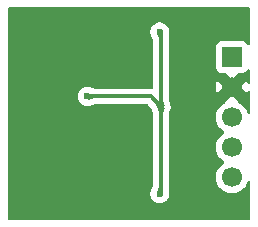
<source format=gbr>
%TF.GenerationSoftware,KiCad,Pcbnew,9.0.1*%
%TF.CreationDate,2025-04-08T23:45:02+08:00*%
%TF.ProjectId,HallConnector,48616c6c-436f-46e6-9e65-63746f722e6b,rev?*%
%TF.SameCoordinates,Original*%
%TF.FileFunction,Copper,L2,Bot*%
%TF.FilePolarity,Positive*%
%FSLAX46Y46*%
G04 Gerber Fmt 4.6, Leading zero omitted, Abs format (unit mm)*
G04 Created by KiCad (PCBNEW 9.0.1) date 2025-04-08 23:45:02*
%MOMM*%
%LPD*%
G01*
G04 APERTURE LIST*
%TA.AperFunction,ComponentPad*%
%ADD10C,1.700000*%
%TD*%
%TA.AperFunction,ComponentPad*%
%ADD11R,1.700000X1.700000*%
%TD*%
%TA.AperFunction,ViaPad*%
%ADD12C,0.600000*%
%TD*%
%TA.AperFunction,Conductor*%
%ADD13C,0.304800*%
%TD*%
G04 APERTURE END LIST*
D10*
%TO.P,J1,5,Pin_5*%
%TO.N,Net-(J1-Pin_5)*%
X138961500Y-65889000D03*
%TO.P,J1,4,Pin_4*%
%TO.N,Net-(J1-Pin_4)*%
X138961500Y-63349000D03*
%TO.P,J1,3,Pin_3*%
%TO.N,Net-(J1-Pin_3)*%
X138961500Y-60809000D03*
%TO.P,J1,2,Pin_2*%
%TO.N,GND*%
X138961500Y-58269000D03*
D11*
%TO.P,J1,1,Pin_1*%
%TO.N,+5V*%
X138961500Y-55729000D03*
%TD*%
D12*
%TO.N,GND*%
X128651000Y-53594000D03*
X129794000Y-68453000D03*
X129794000Y-57785000D03*
X130429000Y-57785000D03*
X125730000Y-61214000D03*
X125730000Y-55372000D03*
X124968000Y-61214000D03*
X124968000Y-55372000D03*
%TO.N,+3.3V*%
X132842000Y-67310000D03*
X132842000Y-53594000D03*
X132969000Y-59944000D03*
X126728600Y-59055000D03*
%TD*%
D13*
%TO.N,+3.3V*%
X132969000Y-67183000D02*
X132842000Y-67310000D01*
X132969000Y-59944000D02*
X132969000Y-67183000D01*
X132969000Y-53721000D02*
X132842000Y-53594000D01*
X132969000Y-59944000D02*
X132969000Y-53721000D01*
X132080000Y-59055000D02*
X132969000Y-59944000D01*
X126728600Y-59055000D02*
X132080000Y-59055000D01*
%TD*%
%TA.AperFunction,Conductor*%
%TO.N,GND*%
G36*
X140442539Y-51520185D02*
G01*
X140488294Y-51572989D01*
X140499500Y-51624500D01*
X140499500Y-54604118D01*
X140479815Y-54671157D01*
X140427011Y-54716912D01*
X140357853Y-54726856D01*
X140294297Y-54697831D01*
X140259318Y-54647452D01*
X140255296Y-54636669D01*
X140255293Y-54636664D01*
X140169047Y-54521455D01*
X140169044Y-54521452D01*
X140053835Y-54435206D01*
X140053828Y-54435202D01*
X139918982Y-54384908D01*
X139918983Y-54384908D01*
X139859383Y-54378501D01*
X139859381Y-54378500D01*
X139859373Y-54378500D01*
X139859364Y-54378500D01*
X138063629Y-54378500D01*
X138063623Y-54378501D01*
X138004016Y-54384908D01*
X137869171Y-54435202D01*
X137869164Y-54435206D01*
X137753955Y-54521452D01*
X137753952Y-54521455D01*
X137667706Y-54636664D01*
X137667702Y-54636671D01*
X137617408Y-54771517D01*
X137611001Y-54831116D01*
X137611000Y-54831135D01*
X137611000Y-56626870D01*
X137611001Y-56626876D01*
X137617408Y-56686483D01*
X137667702Y-56821328D01*
X137667706Y-56821335D01*
X137753952Y-56936544D01*
X137753955Y-56936547D01*
X137869164Y-57022793D01*
X137869171Y-57022797D01*
X137914118Y-57039561D01*
X138004017Y-57073091D01*
X138063627Y-57079500D01*
X138427745Y-57079499D01*
X138494782Y-57099183D01*
X138515424Y-57115818D01*
X138961500Y-57561894D01*
X138961501Y-57561894D01*
X139407575Y-57115818D01*
X139468898Y-57082333D01*
X139495254Y-57079499D01*
X139859372Y-57079499D01*
X139918983Y-57073091D01*
X140053831Y-57022796D01*
X140169046Y-56936546D01*
X140255296Y-56821331D01*
X140255298Y-56821326D01*
X140259318Y-56810549D01*
X140301188Y-56754615D01*
X140366652Y-56730197D01*
X140434925Y-56745048D01*
X140484331Y-56794453D01*
X140499500Y-56853881D01*
X140499500Y-57850879D01*
X140479815Y-57917918D01*
X140427011Y-57963673D01*
X140357853Y-57973617D01*
X140294297Y-57944592D01*
X140257569Y-57889197D01*
X140212594Y-57750781D01*
X140212594Y-57750780D01*
X140203896Y-57733708D01*
X139668606Y-58268999D01*
X139668606Y-58269001D01*
X140203895Y-58804290D01*
X140203895Y-58804289D01*
X140212593Y-58787220D01*
X140212594Y-58787218D01*
X140257569Y-58648801D01*
X140297007Y-58591125D01*
X140361365Y-58563927D01*
X140430212Y-58575842D01*
X140481687Y-58623086D01*
X140499500Y-58687119D01*
X140499500Y-60389264D01*
X140479815Y-60456303D01*
X140427011Y-60502058D01*
X140357853Y-60512002D01*
X140294297Y-60482977D01*
X140257569Y-60427582D01*
X140213057Y-60290588D01*
X140116551Y-60101184D01*
X140116549Y-60101181D01*
X140116548Y-60101179D01*
X139991609Y-59929213D01*
X139841286Y-59778890D01*
X139669320Y-59653951D01*
X139569052Y-59602862D01*
X139518256Y-59554887D01*
X139511006Y-59525611D01*
X138961501Y-58976106D01*
X138961500Y-58976106D01*
X138413519Y-59524085D01*
X138411169Y-59542273D01*
X138366173Y-59595725D01*
X138353947Y-59602861D01*
X138253682Y-59653949D01*
X138081713Y-59778890D01*
X137931390Y-59929213D01*
X137806451Y-60101179D01*
X137709944Y-60290585D01*
X137644253Y-60492760D01*
X137611000Y-60702713D01*
X137611000Y-60915286D01*
X137641133Y-61105543D01*
X137644254Y-61125243D01*
X137665430Y-61190417D01*
X137709944Y-61327414D01*
X137806451Y-61516820D01*
X137931390Y-61688786D01*
X138081713Y-61839109D01*
X138253682Y-61964050D01*
X138262446Y-61968516D01*
X138313242Y-62016491D01*
X138330036Y-62084312D01*
X138307498Y-62150447D01*
X138262446Y-62189484D01*
X138253682Y-62193949D01*
X138081713Y-62318890D01*
X137931390Y-62469213D01*
X137806451Y-62641179D01*
X137709944Y-62830585D01*
X137644253Y-63032760D01*
X137611000Y-63242713D01*
X137611000Y-63455286D01*
X137641133Y-63645543D01*
X137644254Y-63665243D01*
X137665430Y-63730417D01*
X137709944Y-63867414D01*
X137806451Y-64056820D01*
X137931390Y-64228786D01*
X138081713Y-64379109D01*
X138253682Y-64504050D01*
X138262446Y-64508516D01*
X138313242Y-64556491D01*
X138330036Y-64624312D01*
X138307498Y-64690447D01*
X138262446Y-64729484D01*
X138253682Y-64733949D01*
X138081713Y-64858890D01*
X137931390Y-65009213D01*
X137806451Y-65181179D01*
X137709944Y-65370585D01*
X137644253Y-65572760D01*
X137611000Y-65782713D01*
X137611000Y-65995286D01*
X137641133Y-66185543D01*
X137644254Y-66205243D01*
X137665430Y-66270417D01*
X137709944Y-66407414D01*
X137806451Y-66596820D01*
X137931390Y-66768786D01*
X138081713Y-66919109D01*
X138253679Y-67044048D01*
X138253681Y-67044049D01*
X138253684Y-67044051D01*
X138443088Y-67140557D01*
X138645257Y-67206246D01*
X138855213Y-67239500D01*
X138855214Y-67239500D01*
X139067786Y-67239500D01*
X139067787Y-67239500D01*
X139277743Y-67206246D01*
X139479912Y-67140557D01*
X139669316Y-67044051D01*
X139691289Y-67028086D01*
X139841286Y-66919109D01*
X139841288Y-66919106D01*
X139841292Y-66919104D01*
X139991604Y-66768792D01*
X139991606Y-66768788D01*
X139991609Y-66768786D01*
X140116548Y-66596820D01*
X140116547Y-66596820D01*
X140116551Y-66596816D01*
X140213057Y-66407412D01*
X140257570Y-66270415D01*
X140297006Y-66212741D01*
X140361365Y-66185543D01*
X140430211Y-66197458D01*
X140481687Y-66244702D01*
X140499500Y-66308735D01*
X140499500Y-69375500D01*
X140479815Y-69442539D01*
X140427011Y-69488294D01*
X140375500Y-69499500D01*
X120124500Y-69499500D01*
X120057461Y-69479815D01*
X120011706Y-69427011D01*
X120000500Y-69375500D01*
X120000500Y-58976153D01*
X125928100Y-58976153D01*
X125928100Y-59133846D01*
X125958861Y-59288489D01*
X125958864Y-59288501D01*
X126019202Y-59434172D01*
X126019209Y-59434185D01*
X126106810Y-59565288D01*
X126106813Y-59565292D01*
X126218307Y-59676786D01*
X126218311Y-59676789D01*
X126349414Y-59764390D01*
X126349427Y-59764397D01*
X126409011Y-59789077D01*
X126495103Y-59824737D01*
X126649753Y-59855499D01*
X126649756Y-59855500D01*
X126649758Y-59855500D01*
X126807443Y-59855500D01*
X126837084Y-59849603D01*
X126883529Y-59840364D01*
X126893343Y-59838818D01*
X126928508Y-59834721D01*
X127391906Y-59712029D01*
X127423643Y-59707900D01*
X131758197Y-59707900D01*
X131787637Y-59716544D01*
X131817624Y-59723068D01*
X131822639Y-59726822D01*
X131825236Y-59727585D01*
X131845878Y-59744219D01*
X132015860Y-59914200D01*
X132035381Y-59939562D01*
X132210243Y-60240363D01*
X132222911Y-60270944D01*
X132264384Y-60427582D01*
X132311969Y-60607308D01*
X132311970Y-60607309D01*
X132316100Y-60639047D01*
X132316100Y-66570645D01*
X132300234Y-66631332D01*
X132157025Y-66886503D01*
X132142297Y-66914939D01*
X132135297Y-66926792D01*
X132132610Y-66930812D01*
X132132604Y-66930825D01*
X132072264Y-67076498D01*
X132072261Y-67076510D01*
X132041500Y-67231153D01*
X132041500Y-67388846D01*
X132072261Y-67543489D01*
X132072264Y-67543501D01*
X132132602Y-67689172D01*
X132132609Y-67689185D01*
X132220210Y-67820288D01*
X132220213Y-67820292D01*
X132331707Y-67931786D01*
X132331711Y-67931789D01*
X132462814Y-68019390D01*
X132462827Y-68019397D01*
X132608498Y-68079735D01*
X132608503Y-68079737D01*
X132763153Y-68110499D01*
X132763156Y-68110500D01*
X132763158Y-68110500D01*
X132920844Y-68110500D01*
X132920845Y-68110499D01*
X133075497Y-68079737D01*
X133221179Y-68019394D01*
X133352289Y-67931789D01*
X133463789Y-67820289D01*
X133551394Y-67689179D01*
X133611737Y-67543497D01*
X133642500Y-67388842D01*
X133642500Y-67231158D01*
X133642500Y-67231154D01*
X133641903Y-67225091D01*
X133642106Y-67225070D01*
X133640856Y-67214037D01*
X133627016Y-66740710D01*
X133623491Y-66694097D01*
X133623049Y-66688249D01*
X133623091Y-66688245D01*
X133621900Y-66674261D01*
X133621900Y-60639045D01*
X133626030Y-60607308D01*
X133666010Y-60456303D01*
X133748721Y-60143907D01*
X133752254Y-60129738D01*
X133752412Y-60129063D01*
X133763558Y-60060510D01*
X133763557Y-60060504D01*
X133763671Y-60058457D01*
X133765866Y-60041109D01*
X133769500Y-60022844D01*
X133769500Y-59865158D01*
X133764260Y-59838816D01*
X133754360Y-59789045D01*
X133752820Y-59779263D01*
X133748721Y-59744092D01*
X133626030Y-59280690D01*
X133621900Y-59248953D01*
X133621900Y-58162753D01*
X137611500Y-58162753D01*
X137611500Y-58375246D01*
X137644742Y-58585127D01*
X137644742Y-58585130D01*
X137710403Y-58787213D01*
X137710408Y-58787225D01*
X137719102Y-58804289D01*
X137719103Y-58804290D01*
X138254394Y-58269000D01*
X138254394Y-58268999D01*
X138188569Y-58203174D01*
X138461500Y-58203174D01*
X138461500Y-58334826D01*
X138495575Y-58461993D01*
X138561401Y-58576007D01*
X138654493Y-58669099D01*
X138768507Y-58734925D01*
X138895674Y-58769000D01*
X139027326Y-58769000D01*
X139154493Y-58734925D01*
X139268507Y-58669099D01*
X139361599Y-58576007D01*
X139427425Y-58461993D01*
X139461500Y-58334826D01*
X139461500Y-58203174D01*
X139427425Y-58076007D01*
X139361599Y-57961993D01*
X139268507Y-57868901D01*
X139154493Y-57803075D01*
X139027326Y-57769000D01*
X138895674Y-57769000D01*
X138768507Y-57803075D01*
X138654493Y-57868901D01*
X138561401Y-57961993D01*
X138495575Y-58076007D01*
X138461500Y-58203174D01*
X138188569Y-58203174D01*
X137719103Y-57733709D01*
X137710404Y-57750783D01*
X137644742Y-57952869D01*
X137644742Y-57952872D01*
X137611500Y-58162753D01*
X133621900Y-58162753D01*
X133621900Y-54203428D01*
X133623731Y-54182200D01*
X133627016Y-54163291D01*
X133631279Y-54017483D01*
X133640856Y-53689955D01*
X133642107Y-53678924D01*
X133641903Y-53678904D01*
X133642500Y-53672845D01*
X133642500Y-53515155D01*
X133642499Y-53515153D01*
X133611738Y-53360510D01*
X133611737Y-53360503D01*
X133611735Y-53360498D01*
X133551397Y-53214827D01*
X133551390Y-53214814D01*
X133463789Y-53083711D01*
X133463786Y-53083707D01*
X133352292Y-52972213D01*
X133352288Y-52972210D01*
X133221185Y-52884609D01*
X133221172Y-52884602D01*
X133075501Y-52824264D01*
X133075489Y-52824261D01*
X132920845Y-52793500D01*
X132920842Y-52793500D01*
X132763158Y-52793500D01*
X132763155Y-52793500D01*
X132608510Y-52824261D01*
X132608498Y-52824264D01*
X132462827Y-52884602D01*
X132462814Y-52884609D01*
X132331711Y-52972210D01*
X132331707Y-52972213D01*
X132220213Y-53083707D01*
X132220210Y-53083711D01*
X132132609Y-53214814D01*
X132132602Y-53214827D01*
X132072264Y-53360498D01*
X132072261Y-53360510D01*
X132041500Y-53515153D01*
X132041500Y-53672846D01*
X132072261Y-53827489D01*
X132072264Y-53827501D01*
X132132604Y-53973174D01*
X132132607Y-53973181D01*
X132142287Y-53987668D01*
X132154850Y-54011866D01*
X132157020Y-54017483D01*
X132300234Y-54272666D01*
X132316100Y-54333352D01*
X132316100Y-58285177D01*
X132296415Y-58352216D01*
X132243611Y-58397971D01*
X132174453Y-58407915D01*
X132167911Y-58406795D01*
X132144306Y-58402100D01*
X132144305Y-58402100D01*
X127423643Y-58402100D01*
X127391906Y-58397970D01*
X126928499Y-58275276D01*
X126913784Y-58271614D01*
X126913161Y-58271469D01*
X126913138Y-58271465D01*
X126845102Y-58260439D01*
X126843052Y-58260326D01*
X126825722Y-58258135D01*
X126807442Y-58254500D01*
X126649758Y-58254500D01*
X126649755Y-58254500D01*
X126495110Y-58285261D01*
X126495098Y-58285264D01*
X126349427Y-58345602D01*
X126349414Y-58345609D01*
X126218311Y-58433210D01*
X126218307Y-58433213D01*
X126106813Y-58544707D01*
X126106810Y-58544711D01*
X126019209Y-58675814D01*
X126019202Y-58675827D01*
X125958864Y-58821498D01*
X125958861Y-58821510D01*
X125928100Y-58976153D01*
X120000500Y-58976153D01*
X120000500Y-51624500D01*
X120020185Y-51557461D01*
X120072989Y-51511706D01*
X120124500Y-51500500D01*
X140375500Y-51500500D01*
X140442539Y-51520185D01*
G37*
%TD.AperFunction*%
%TD*%
%TA.AperFunction,Conductor*%
%TO.N,+3.3V*%
G36*
X133118310Y-66747554D02*
G01*
X133121732Y-66755485D01*
X133135947Y-67241617D01*
X133132763Y-67249987D01*
X133126572Y-67253427D01*
X132846789Y-67310030D01*
X132838001Y-67308311D01*
X132837942Y-67308272D01*
X132601518Y-67149351D01*
X132596564Y-67141892D01*
X132597842Y-67133915D01*
X132810226Y-66755485D01*
X132813247Y-66750100D01*
X132820284Y-66744563D01*
X132823450Y-66744127D01*
X133110037Y-66744127D01*
X133118310Y-66747554D01*
G37*
%TD.AperFunction*%
%TD*%
%TA.AperFunction,Conductor*%
%TO.N,+3.3V*%
G36*
X133251068Y-60000065D02*
G01*
X133258497Y-60005065D01*
X133260216Y-60013853D01*
X133260058Y-60014528D01*
X133123705Y-60529531D01*
X133118275Y-60536651D01*
X133112395Y-60538236D01*
X132825605Y-60538236D01*
X132817332Y-60534809D01*
X132814295Y-60529531D01*
X132677941Y-60014528D01*
X132679136Y-60005653D01*
X132686256Y-60000223D01*
X132686915Y-60000068D01*
X132966682Y-59943469D01*
X132971318Y-59943469D01*
X133251068Y-60000065D01*
G37*
%TD.AperFunction*%
%TD*%
%TA.AperFunction,Conductor*%
%TO.N,+3.3V*%
G36*
X132846789Y-53593969D02*
G01*
X133126572Y-53650572D01*
X133134001Y-53655572D01*
X133135947Y-53662382D01*
X133121732Y-54148515D01*
X133118065Y-54156684D01*
X133110037Y-54159873D01*
X132823450Y-54159873D01*
X132815177Y-54156446D01*
X132813247Y-54153899D01*
X132810225Y-54148515D01*
X132597842Y-53770084D01*
X132596781Y-53761192D01*
X132601516Y-53754649D01*
X132837943Y-53595726D01*
X132846720Y-53593956D01*
X132846789Y-53593969D01*
G37*
%TD.AperFunction*%
%TD*%
%TA.AperFunction,Conductor*%
%TO.N,+3.3V*%
G36*
X133120668Y-59353191D02*
G01*
X133123705Y-59358469D01*
X133260058Y-59873471D01*
X133258863Y-59882346D01*
X133251743Y-59887776D01*
X133251068Y-59887934D01*
X132971320Y-59944530D01*
X132966680Y-59944530D01*
X132686931Y-59887934D01*
X132679502Y-59882934D01*
X132677783Y-59874146D01*
X132677935Y-59873493D01*
X132814295Y-59358468D01*
X132819725Y-59351349D01*
X132825605Y-59349764D01*
X133112395Y-59349764D01*
X133120668Y-59353191D01*
G37*
%TD.AperFunction*%
%TD*%
%TA.AperFunction,Conductor*%
%TO.N,+3.3V*%
G36*
X132664359Y-59420573D02*
G01*
X132954158Y-59589041D01*
X133124938Y-59688320D01*
X133130368Y-59695440D01*
X133129173Y-59704315D01*
X133128807Y-59704903D01*
X132971015Y-59942734D01*
X132967734Y-59946015D01*
X132729903Y-60103807D01*
X132721115Y-60105526D01*
X132713686Y-60100526D01*
X132713320Y-60099938D01*
X132614041Y-59929158D01*
X132445573Y-59639359D01*
X132444379Y-59630486D01*
X132447414Y-59625210D01*
X132650209Y-59422415D01*
X132658481Y-59418989D01*
X132664359Y-59420573D01*
G37*
%TD.AperFunction*%
%TD*%
%TA.AperFunction,Conductor*%
%TO.N,+3.3V*%
G36*
X126799114Y-58763937D02*
G01*
X127314131Y-58900295D01*
X127321251Y-58905725D01*
X127322836Y-58911605D01*
X127322836Y-59198394D01*
X127319409Y-59206667D01*
X127314131Y-59209704D01*
X126799128Y-59346058D01*
X126790253Y-59344863D01*
X126784823Y-59337743D01*
X126784665Y-59337068D01*
X126758432Y-59207400D01*
X126728069Y-59057318D01*
X126728069Y-59052680D01*
X126756610Y-58911605D01*
X126784665Y-58772929D01*
X126789665Y-58765502D01*
X126798453Y-58763783D01*
X126799114Y-58763937D01*
G37*
%TD.AperFunction*%
%TD*%
M02*

</source>
